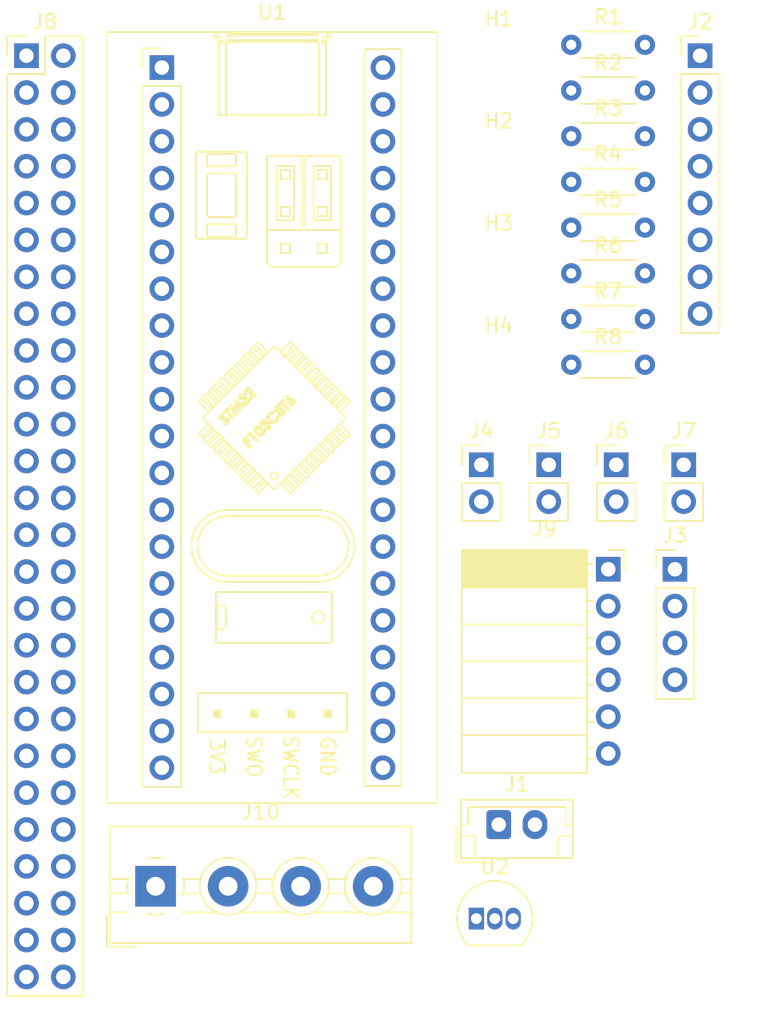
<source format=kicad_pcb>
(kicad_pcb (version 20240108) (generator "pcbnew") (generator_version "8.0")
  (layers (0 "F.Cu" jumper) (31 "B.Cu" signal) (34 "B.Paste" user) (35 "F.Paste" user) (36 "B.SilkS" user "B.Silkscreen") (37 "F.SilkS" user "F.Silkscreen") (38 "B.Mask" user) (39 "F.Mask" user) (44 "Edge.Cuts" user))
  (net 0 "")
  (net 1 "RX_1")
  (net 2 "TX_1")
  (net 3 "XDA")
  (net 4 "+5V")
  (net 5 "ADD")
  (net 6 "SDA_1")
  (net 7 "XCL")
  (net 8 "INT")
  (net 9 "SCL_1")
  (net 10 "RX_2")
  (net 11 "TX_2")
  (net 12 "LDR_F")
  (net 13 "LDR_R")
  (net 14 "LDR_B")
  (net 15 "LDR_L")
  (net 28 "SCL_2")
  (net 31 "SDA_2")
  (net 32 "+3.3V")
  (net 33 "ENA")
  (net 34 "IN3")
  (net 35 "IN2")
  (net 36 "IN1")
  (net 37 "IN4")
  (net 38 "ENB")
  (net 51 "LM35")
  (footprint "Resistor_THT:R_Axial_DIN0204_L3.6mm_D1.6mm_P5.08mm_Horizontal" (layer "F.Cu") (at 173.5 95.32)
    (property "Reference" "R8" (at 2.54 -1.92 0) (layer "F.SilkS"))
    (property "Value" "R")
    (pad "1" thru_hole circle (at 0 0) (size 1.4 1.4) (drill 0.7) (layers "*.Cu" "*.Mask") (net 32 "+3.3V"))
    (pad "2" thru_hole oval (at 5.08 0) (size 1.4 1.4) (drill 0.7) (layers "*.Cu" "*.Mask") (net 6 "SDA_1"))
  )
  (footprint "MountingHole:MountingHole_3.2mm_M3_ISO14580" (layer "F.Cu") (at 168.5 89.32)
    (property "Reference" "H3" (at 0 -3.75 0) (layer "F.SilkS"))
    (property "Value" "MountingHole")
    (pad "" np_thru_hole circle (at 0 0) (size 3.2 3.2) (drill 3.2) (layers "*.Cu" "*.Mask"))
  )
  (footprint "Connector_JST:JST_EH_B2B-EH-A_1x02_P2.50mm_Vertical" (layer "F.Cu") (at 168.5 127.02)
    (property "Reference" "J1" (at 1.25 -2.8 0) (layer "F.SilkS"))
    (property "Value" "UART_Debug")
    (pad "1" thru_hole roundrect (at 0 0) (size 1.7 2) (drill 1) (layers "*.Cu" "*.Mask") (roundrect_rratio 0.147059) (net 1 "RX_1"))
    (pad "2" thru_hole oval (at 2.5 0) (size 1.7 2) (drill 1) (layers "*.Cu" "*.Mask") (net 2 "TX_1"))
  )
  (footprint "Connector_PinHeader_2.54mm:PinHeader_1x02_P2.54mm_Vertical" (layer "F.Cu") (at 171.95 102.22)
    (property "Reference" "J5" (at 0 -2.33 0) (layer "F.SilkS"))
    (property "Value" "LDR_B")
    (pad "1" thru_hole rect (at 0 0) (size 1.7 1.7) (drill 1) (layers "*.Cu" "*.Mask") (net 32 "+3.3V"))
    (pad "2" thru_hole oval (at 0 2.54) (size 1.7 1.7) (drill 1) (layers "*.Cu" "*.Mask") (net 13 "LDR_R"))
  )
  (footprint "Resistor_THT:R_Axial_DIN0204_L3.6mm_D1.6mm_P5.08mm_Horizontal" (layer "F.Cu") (at 173.5 79.57)
    (property "Reference" "R3" (at 2.54 -1.92 0) (layer "F.SilkS"))
    (property "Value" "10K")
    (pad "1" thru_hole circle (at 0 0) (size 1.4 1.4) (drill 0.7) (layers "*.Cu" "*.Mask") (net 12 "LDR_F"))
    (pad "2" thru_hole oval (at 5.08 0) (size 1.4 1.4) (drill 0.7) (layers "*.Cu" "*.Mask") (net 5 "ADD"))
  )
  (footprint "Connector_PinHeader_2.54mm:PinHeader_1x02_P2.54mm_Vertical" (layer "F.Cu") (at 167.3 102.22)
    (property "Reference" "J4" (at 0 -2.33 0) (layer "F.SilkS"))
    (property "Value" "LDR_F")
    (pad "1" thru_hole rect (at 0 0) (size 1.7 1.7) (drill 1) (layers "*.Cu" "*.Mask") (net 32 "+3.3V"))
    (pad "2" thru_hole oval (at 0 2.54) (size 1.7 1.7) (drill 1) (layers "*.Cu" "*.Mask") (net 12 "LDR_F"))
  )
  (footprint "Connector_PinHeader_2.54mm:PinHeader_1x02_P2.54mm_Vertical" (layer "F.Cu") (at 181.25 102.22)
    (property "Reference" "J7" (at 0 -2.33 0) (layer "F.SilkS"))
    (property "Value" "LDR_R")
    (pad "1" thru_hole rect (at 0 0) (size 1.7 1.7) (drill 1) (layers "*.Cu" "*.Mask") (net 32 "+3.3V"))
    (pad "2" thru_hole oval (at 0 2.54) (size 1.7 1.7) (drill 1) (layers "*.Cu" "*.Mask") (net 15 "LDR_L"))
  )
  (footprint "Resistor_THT:R_Axial_DIN0204_L3.6mm_D1.6mm_P5.08mm_Horizontal" (layer "F.Cu") (at 173.5 73.27)
    (property "Reference" "R1" (at 2.54 -1.92 0) (layer "F.SilkS"))
    (property "Value" "10K")
    (pad "1" thru_hole circle (at 0 0) (size 1.4 1.4) (drill 0.7) (layers "*.Cu" "*.Mask") (net 32 "+3.3V"))
    (pad "2" thru_hole oval (at 5.08 0) (size 1.4 1.4) (drill 0.7) (layers "*.Cu" "*.Mask") (net 28 "SCL_2"))
  )
  (footprint "Resistor_THT:R_Axial_DIN0204_L3.6mm_D1.6mm_P5.08mm_Horizontal" (layer "F.Cu") (at 173.5 76.42)
    (property "Reference" "R2" (at 2.54 -1.92 0) (layer "F.SilkS"))
    (property "Value" "10K")
    (pad "1" thru_hole circle (at 0 0) (size 1.4 1.4) (drill 0.7) (layers "*.Cu" "*.Mask") (net 32 "+3.3V"))
    (pad "2" thru_hole oval (at 5.08 0) (size 1.4 1.4) (drill 0.7) (layers "*.Cu" "*.Mask") (net 31 "SDA_2"))
  )
  (footprint "Connector_PinHeader_2.54mm:PinHeader_1x08_P2.54mm_Vertical" (layer "F.Cu") (at 182.38 74.02)
    (property "Reference" "J2" (at 0 -2.33 0) (layer "F.SilkS"))
    (property "Value" "MPU 6050")
    (pad "1" thru_hole rect (at 0 0) (size 1.7 1.7) (drill 1) (layers "*.Cu" "*.Mask") (net 32 "+3.3V"))
    (pad "2" thru_hole oval (at 0 2.54) (size 1.7 1.7) (drill 1) (layers "*.Cu" "*.Mask") (net 5 "ADD"))
    (pad "3" thru_hole oval (at 0 5.08) (size 1.7 1.7) (drill 1) (layers "*.Cu" "*.Mask") (net 9 "SCL_1"))
    (pad "4" thru_hole oval (at 0 7.62) (size 1.7 1.7) (drill 1) (layers "*.Cu" "*.Mask") (net 6 "SDA_1"))
    (pad "5" thru_hole oval (at 0 10.16) (size 1.7 1.7) (drill 1) (layers "*.Cu" "*.Mask") (net 3 "XDA"))
    (pad "6" thru_hole oval (at 0 12.7) (size 1.7 1.7) (drill 1) (layers "*.Cu" "*.Mask") (net 7 "XCL"))
    (pad "7" thru_hole oval (at 0 15.24) (size 1.7 1.7) (drill 1) (layers "*.Cu" "*.Mask") (net 5 "ADD"))
    (pad "8" thru_hole oval (at 0 17.78) (size 1.7 1.7) (drill 1) (layers "*.Cu" "*.Mask") (net 8 "INT"))
  )
  (footprint "Connector_PinHeader_2.54mm:PinHeader_2x26_P2.54mm_Vertical" (layer "F.Cu") (at 135.95 74.02)
    (property "Reference" "J8" (at 1.27 -2.33 0) (layer "F.SilkS"))
    (property "Value" "GPIO")
    (pad "1" thru_hole rect (at 0 0) (size 1.7 1.7) (drill 1) (layers "*.Cu" "*.Mask") (net 28 "SCL_2"))
    (pad "2" thru_hole oval (at 2.54 0) (size 1.7 1.7) (drill 1) (layers "*.Cu" "*.Mask") (net 31 "SDA_2"))
    (pad "3" thru_hole oval (at 0 2.54) (size 1.7 1.7) (drill 1) (layers "*.Cu" "*.Mask"))
    (pad "4" thru_hole oval (at 2.54 2.54) (size 1.7 1.7) (drill 1) (layers "*.Cu" "*.Mask"))
    (pad "5" thru_hole oval (at 0 5.08) (size 1.7 1.7) (drill 1) (layers "*.Cu" "*.Mask"))
    (pad "6" thru_hole oval (at 2.54 5.08) (size 1.7 1.7) (drill 1) (layers "*.Cu" "*.Mask"))
    (pad "7" thru_hole oval (at 0 7.62) (size 1.7 1.7) (drill 1) (layers "*.Cu" "*.Mask"))
    (pad "8" thru_hole oval (at 2.54 7.62) (size 1.7 1.7) (drill 1) (layers "*.Cu" "*.Mask"))
    (pad "9" thru_hole oval (at 0 10.16) (size 1.7 1.7) (drill 1) (layers "*.Cu" "*.Mask"))
    (pad "10" thru_hole oval (at 2.54 10.16) (size 1.7 1.7) (drill 1) (layers "*.Cu" "*.Mask"))
    (pad "11" thru_hole oval (at 0 12.7) (size 1.7 1.7) (drill 1) (layers "*.Cu" "*.Mask"))
    (pad "12" thru_hole oval (at 2.54 12.7) (size 1.7 1.7) (drill 1) (layers "*.Cu" "*.Mask"))
    (pad "13" thru_hole oval (at 0 15.24) (size 1.7 1.7) (drill 1) (layers "*.Cu" "*.Mask"))
    (pad "14" thru_hole oval (at 2.54 15.24) (size 1.7 1.7) (drill 1) (layers "*.Cu" "*.Mask"))
    (pad "15" thru_hole oval (at 0 17.78) (size 1.7 1.7) (drill 1) (layers "*.Cu" "*.Mask"))
    (pad "16" thru_hole oval (at 2.54 17.78) (size 1.7 1.7) (drill 1) (layers "*.Cu" "*.Mask"))
    (pad "17" thru_hole oval (at 0 20.32) (size 1.7 1.7) (drill 1) (layers "*.Cu" "*.Mask"))
    (pad "18" thru_hole oval (at 2.54 20.32) (size 1.7 1.7) (drill 1) (layers "*.Cu" "*.Mask"))
    (pad "19" thru_hole oval (at 0 22.86) (size 1.7 1.7) (drill 1) (layers "*.Cu" "*.Mask"))
    (pad "20" thru_hole oval (at 2.54 22.86) (size 1.7 1.7) (drill 1) (layers "*.Cu" "*.Mask"))
    (pad "21" thru_hole oval (at 0 25.4) (size 1.7 1.7) (drill 1) (layers "*.Cu" "*.Mask"))
    (pad "22" thru_hole oval (at 2.54 25.4) (size 1.7 1.7) (drill 1) (layers "*.Cu" "*.Mask"))
    (pad "23" thru_hole oval (at 0 27.94) (size 1.7 1.7) (drill 1) (layers "*.Cu" "*.Mask"))
    (pad "24" thru_hole oval (at 2.54 27.94) (size 1.7 1.7) (drill 1) (layers "*.Cu" "*.Mask") (net 32 "+3.3V"))
    (pad "25" thru_hole oval (at 0 30.48) (size 1.7 1.7) (drill 1) (layers "*.Cu" "*.Mask") (net 4 "+5V"))
    (pad "26" thru_hole oval (at 2.54 30.48) (size 1.7 1.7) (drill 1) (layers "*.Cu" "*.Mask") (net 5 "ADD"))
    (pad "27" thru_hole oval (at 0 33.02) (size 1.7 1.7) (drill 1) (layers "*.Cu" "*.Mask"))
    (pad "28" thru_hole oval (at 2.54 33.02) (size 1.7 1.7) (drill 1) (layers "*.Cu" "*.Mask"))
    (pad "29" thru_hole oval (at 0 35.56) (size 1.7 1.7) (drill 1) (layers "*.Cu" "*.Mask"))
    (pad "30" thru_hole oval (at 2.54 35.56) (size 1.7 1.7) (drill 1) (layers "*.Cu" "*.Mask"))
    (pad "31" thru_hole oval (at 0 38.1) (size 1.7 1.7) (drill 1) (layers "*.Cu" "*.Mask"))
    (pad "32" thru_hole oval (at 2.54 38.1) (size 1.7 1.7) (drill 1) (layers "*.Cu" "*.Mask"))
    (pad "33" thru_hole oval (at 0 40.64) (size 1.7 1.7) (drill 1) (layers "*.Cu" "*.Mask"))
    (pad "34" thru_hole oval (at 2.54 40.64) (size 1.7 1.7) (drill 1) (layers "*.Cu" "*.Mask"))
    (pad "35" thru_hole oval (at 0 43.18) (size 1.7 1.7) (drill 1) (layers "*.Cu" "*.Mask"))
    (pad "36" thru_hole oval (at 2.54 43.18) (size 1.7 1.7) (drill 1) (layers "*.Cu" "*.Mask"))
    (pad "37" thru_hole oval (at 0 45.72) (size 1.7 1.7) (drill 1) (layers "*.Cu" "*.Mask"))
    (pad "38" thru_hole oval (at 2.54 45.72) (size 1.7 1.7) (drill 1) (layers "*.Cu" "*.Mask"))
    (pad "39" thru_hole oval (at 0 48.26) (size 1.7 1.7) (drill 1) (layers "*.Cu" "*.Mask"))
    (pad "40" thru_hole oval (at 2.54 48.26) (size 1.7 1.7) (drill 1) (layers "*.Cu" "*.Mask"))
    (pad "41" thru_hole oval (at 0 50.8) (size 1.7 1.7) (drill 1) (layers "*.Cu" "*.Mask"))
    (pad "42" thru_hole oval (at 2.54 50.8) (size 1.7 1.7) (drill 1) (layers "*.Cu" "*.Mask"))
    (pad "43" thru_hole oval (at 0 53.34) (size 1.7 1.7) (drill 1) (layers "*.Cu" "*.Mask"))
    (pad "44" thru_hole oval (at 2.54 53.34) (size 1.7 1.7) (drill 1) (layers "*.Cu" "*.Mask"))
    (pad "45" thru_hole oval (at 0 55.88) (size 1.7 1.7) (drill 1) (layers "*.Cu" "*.Mask"))
    (pad "46" thru_hole oval (at 2.54 55.88) (size 1.7 1.7) (drill 1) (layers "*.Cu" "*.Mask"))
    (pad "47" thru_hole oval (at 0 58.42) (size 1.7 1.7) (drill 1) (layers "*.Cu" "*.Mask"))
    (pad "48" thru_hole oval (at 2.54 58.42) (size 1.7 1.7) (drill 1) (layers "*.Cu" "*.Mask"))
    (pad "49" thru_hole oval (at 0 60.96) (size 1.7 1.7) (drill 1) (layers "*.Cu" "*.Mask"))
    (pad "50" thru_hole oval (at 2.54 60.96) (size 1.7 1.7) (drill 1) (layers "*.Cu" "*.Mask"))
    (pad "51" thru_hole oval (at 0 63.5) (size 1.7 1.7) (drill 1) (layers "*.Cu" "*.Mask"))
    (pad "52" thru_hole oval (at 2.54 63.5) (size 1.7 1.7) (drill 1) (layers "*.Cu" "*.Mask"))
  )
  (footprint "MountingHole:MountingHole_3.2mm_M3_ISO14580" (layer "F.Cu") (at 168.5 75.22)
    (property "Reference" "H1" (at 0 -3.75 0) (layer "F.SilkS"))
    (property "Value" "MountingHole")
    (pad "" np_thru_hole circle (at 0 0) (size 3.2 3.2) (drill 3.2) (layers "*.Cu" "*.Mask"))
  )
  (footprint "Resistor_THT:R_Axial_DIN0204_L3.6mm_D1.6mm_P5.08mm_Horizontal" (layer "F.Cu") (at 173.5 89.02)
    (property "Reference" "R6" (at 2.54 -1.92 0) (layer "F.SilkS"))
    (property "Value" "10K")
    (pad "1" thru_hole circle (at 0 0) (size 1.4 1.4) (drill 0.7) (layers "*.Cu" "*.Mask") (net 15 "LDR_L"))
    (pad "2" thru_hole oval (at 5.08 0) (size 1.4 1.4) (drill 0.7) (layers "*.Cu" "*.Mask") (net 5 "ADD"))
  )
  (footprint "TerminalBlock:TerminalBlock_MaiXu_MX126-5.0-04P_1x04_P5.00mm" (layer "F.Cu") (at 144.85 131.27)
    (property "Reference" "J10" (at 7.25 -5.12 0) (layer "F.SilkS"))
    (property "Value" "Motor_Power")
    (pad "1" thru_hole rect (at 0 0) (size 2.8 2.8) (drill 1.3) (layers "*.Cu" "*.Mask") (net 4 "+5V"))
    (pad "2" thru_hole circle (at 5 0) (size 2.8 2.8) (drill 1.3) (layers "*.Cu" "*.Mask") (net 5 "ADD"))
    (pad "3" thru_hole circle (at 10 0) (size 2.8 2.8) (drill 1.3) (layers "*.Cu" "*.Mask") (net 4 "+5V"))
    (pad "4" thru_hole circle (at 15 0) (size 2.8 2.8) (drill 1.3) (layers "*.Cu" "*.Mask") (net 5 "ADD"))
  )
  (footprint "Connector_PinSocket_2.54mm:PinSocket_1x06_P2.54mm_Horizontal" (layer "F.Cu") (at 176.05 109.42)
    (property "Reference" "J9" (at -4.38 -2.77 0) (layer "F.SilkS"))
    (property "Value" "H Bridge")
    (pad "1" thru_hole rect (at 0 0) (size 1.7 1.7) (drill 1) (layers "*.Cu" "*.Mask") (net 33 "ENA"))
    (pad "2" thru_hole oval (at 0 2.54) (size 1.7 1.7) (drill 1) (layers "*.Cu" "*.Mask") (net 36 "IN1"))
    (pad "3" thru_hole oval (at 0 5.08) (size 1.7 1.7) (drill 1) (layers "*.Cu" "*.Mask") (net 35 "IN2"))
    (pad "4" thru_hole oval (at 0 7.62) (size 1.7 1.7) (drill 1) (layers "*.Cu" "*.Mask") (net 34 "IN3"))
    (pad "5" thru_hole oval (at 0 10.16) (size 1.7 1.7) (drill 1) (layers "*.Cu" "*.Mask") (net 37 "IN4"))
    (pad "6" thru_hole oval (at 0 12.7) (size 1.7 1.7) (drill 1) (layers "*.Cu" "*.Mask") (net 38 "ENB"))
  )
  (footprint "MountingHole:MountingHole_3.2mm_M3_ISO14580" (layer "F.Cu") (at 168.5 96.37)
    (property "Reference" "H4" (at 0 -3.75 0) (layer "F.SilkS"))
    (property "Value" "MountingHole")
    (pad "" np_thru_hole circle (at 0 0) (size 3.2 3.2) (drill 3.2) (layers "*.Cu" "*.Mask"))
  )
  (footprint "Resistor_THT:R_Axial_DIN0204_L3.6mm_D1.6mm_P5.08mm_Horizontal" (layer "F.Cu") (at 173.5 82.72)
    (property "Reference" "R4" (at 2.54 -1.92 0) (layer "F.SilkS"))
    (property "Value" "10K")
    (pad "1" thru_hole circle (at 0 0) (size 1.4 1.4) (drill 0.7) (layers "*.Cu" "*.Mask") (net 14 "LDR_B"))
    (pad "2" thru_hole oval (at 5.08 0) (size 1.4 1.4) (drill 0.7) (layers "*.Cu" "*.Mask") (net 5 "ADD"))
  )
  (footprint "Connector_PinHeader_2.54mm:PinHeader_1x02_P2.54mm_Vertical" (layer "F.Cu") (at 176.6 102.22)
    (property "Reference" "J6" (at 0 -2.33 0) (layer "F.SilkS"))
    (property "Value" "LDR_L")
    (pad "1" thru_hole rect (at 0 0) (size 1.7 1.7) (drill 1) (layers "*.Cu" "*.Mask") (net 32 "+3.3V"))
    (pad "2" thru_hole oval (at 0 2.54) (size 1.7 1.7) (drill 1) (layers "*.Cu" "*.Mask") (net 14 "LDR_B"))
  )
  (footprint "Resistor_THT:R_Axial_DIN0204_L3.6mm_D1.6mm_P5.08mm_Horizontal" (layer "F.Cu") (at 173.5 92.17)
    (property "Reference" "R7" (at 2.54 -1.92 0) (layer "F.SilkS"))
    (property "Value" "R")
    (pad "1" thru_hole circle (at 0 0) (size 1.4 1.4) (drill 0.7) (layers "*.Cu" "*.Mask") (net 32 "+3.3V"))
    (pad "2" thru_hole oval (at 5.08 0) (size 1.4 1.4) (drill 0.7) (layers "*.Cu" "*.Mask") (net 9 "SCL_1"))
  )
  (footprint "Resistor_THT:R_Axial_DIN0204_L3.6mm_D1.6mm_P5.08mm_Horizontal" (layer "F.Cu") (at 173.5 85.87)
    (property "Reference" "R5" (at 2.54 -1.92 0) (layer "F.SilkS"))
    (property "Value" "10K")
    (pad "1" thru_hole circle (at 0 0) (size 1.4 1.4) (drill 0.7) (layers "*.Cu" "*.Mask") (net 13 "LDR_R"))
    (pad "2" thru_hole oval (at 5.08 0) (size 1.4 1.4) (drill 0.7) (layers "*.Cu" "*.Mask") (net 5 "ADD"))
  )
  (footprint "Package_TO_SOT_THT:TO-92_Inline" (layer "F.Cu") (at 166.96 133.5)
    (property "Reference" "U2" (at 1.27 -3.56 0) (layer "F.SilkS"))
    (property "Value" "LM35-LP")
    (pad "1" thru_hole rect (at 0 0) (size 1.05 1.5) (drill 0.75) (layers "*.Cu" "*.Mask") (net 32 "+3.3V"))
    (pad "2" thru_hole oval (at 1.27 0) (size 1.05 1.5) (drill 0.75) (layers "*.Cu" "*.Mask") (net 51 "LM35"))
    (pad "3" thru_hole oval (at 2.54 0) (size 1.05 1.5) (drill 0.75) (layers "*.Cu" "*.Mask") (net 5 "ADD"))
  )
  (footprint "MountingHole:MountingHole_3.2mm_M3_ISO14580" (layer "F.Cu") (at 168.5 82.27)
    (property "Reference" "H2" (at 0 -3.75 0) (layer "F.SilkS"))
    (property "Value" "MountingHole")
    (pad "" np_thru_hole circle (at 0 0) (size 3.2 3.2) (drill 3.2) (layers "*.Cu" "*.Mask"))
  )
  (footprint "Connector_PinHeader_2.54mm:PinHeader_1x04_P2.54mm_Vertical" (layer "F.Cu") (at 180.65 109.42)
    (property "Reference" "J3" (at 0 -2.33 0) (layer "F.SilkS"))
    (property "Value" "GPS")
    (pad "1" thru_hole rect (at 0 0) (size 1.7 1.7) (drill 1) (layers "*.Cu" "*.Mask") (net 32 "+3.3V"))
    (pad "2" thru_hole oval (at 0 2.54) (size 1.7 1.7) (drill 1) (layers "*.Cu" "*.Mask") (net 10 "RX_2"))
    (pad "3" thru_hole oval (at 0 5.08) (size 1.7 1.7) (drill 1) (layers "*.Cu" "*.Mask") (net 11 "TX_2"))
    (pad "4" thru_hole oval (at 0 7.62) (size 1.7 1.7) (drill 1) (layers "*.Cu" "*.Mask") (net 5 "ADD"))
  )
  (footprint "Footprints:YAAJ_BluePill_1" (layer "F.Cu") (at 145.28 74.84)
    (property "Reference" "U1" (at 7.62 -3.81 0) (layer "F.SilkS"))
    (property "Value" "YAAJ_BluePill" (hide yes))
    (fp_text user "GND" (at 11.43 47.498 -90) (layer "F.SilkS") (effects (font (size 1 0.9))))
    (fp_text user "SWCLK" (at 8.89 48.26 -90) (layer "F.SilkS") (effects (font (size 1 0.9))))
    (fp_text user "SWO" (at 6.35 47.498 -90) (layer "F.SilkS") (effects (font (size 1 0.9))))
    (fp_text user "3V3" (at 3.81 47.498 -90) (layer "F.SilkS") (effects (font (size 1 0.9))))
    (pad "1" thru_hole rect (at 0 0) (size 1.7 1.7) (drill 1) (layers "*.Cu" "*.Mask"))
    (pad "2" thru_hole circle (at 0 2.54) (size 1.7 1.7) (drill 1) (layers "*.Cu" "*.Mask"))
    (pad "3" thru_hole circle (at 0 5.08) (size 1.7 1.7) (drill 1) (layers "*.Cu" "*.Mask"))
    (pad "4" thru_hole circle (at 0 7.62) (size 1.7 1.7) (drill 1) (layers "*.Cu" "*.Mask"))
    (pad "5" thru_hole circle (at 0 10.16) (size 1.7 1.7) (drill 1) (layers "*.Cu" "*.Mask"))
    (pad "6" thru_hole circle (at 0 12.7) (size 1.7 1.7) (drill 1) (layers "*.Cu" "*.Mask") (net 1 "RX_1"))
    (pad "7" thru_hole circle (at 0 15.24) (size 1.7 1.7) (drill 1) (layers "*.Cu" "*.Mask") (net 2 "TX_1"))
    (pad "8" thru_hole circle (at 0 17.78) (size 1.7 1.7) (drill 1) (layers "*.Cu" "*.Mask"))
    (pad "9" thru_hole circle (at 0 20.32) (size 1.7 1.7) (drill 1) (layers "*.Cu" "*.Mask"))
    (pad "10" thru_hole circle (at 0 22.86) (size 1.7 1.7) (drill 1) (layers "*.Cu" "*.Mask"))
    (pad "11" thru_hole circle (at 0 25.4) (size 1.7 1.7) (drill 1) (layers "*.Cu" "*.Mask") (net 35 "IN2"))
    (pad "12" thru_hole circle (at 0 27.94) (size 1.7 1.7) (drill 1) (layers "*.Cu" "*.Mask") (net 34 "IN3"))
    (pad "13" thru_hole circle (at 0 30.48) (size 1.7 1.7) (drill 1) (layers "*.Cu" "*.Mask") (net 37 "IN4"))
    (pad "14" thru_hole circle (at 0 33.02) (size 1.7 1.7) (drill 1) (layers "*.Cu" "*.Mask") (net 33 "ENA"))
    (pad "15" thru_hole circle (at 0 35.56) (size 1.7 1.7) (drill 1) (layers "*.Cu" "*.Mask") (net 38 "ENB"))
    (pad "16" thru_hole circle (at 0 38.1) (size 1.7 1.7) (drill 1) (layers "*.Cu" "*.Mask") (net 9 "SCL_1"))
    (pad "17" thru_hole circle (at 0 40.64) (size 1.7 1.7) (drill 1) (layers "*.Cu" "*.Mask") (net 6 "SDA_1"))
    (pad "18" thru_hole circle (at 0 43.18) (size 1.7 1.7) (drill 1) (layers "*.Cu" "*.Mask"))
    (pad "19" thru_hole circle (at 0 45.72) (size 1.7 1.7) (drill 1) (layers "*.Cu" "*.Mask"))
    (pad "20" thru_hole circle (at 0 48.26) (size 1.7 1.7) (drill 1) (layers "*.Cu" "*.Mask"))
    (pad "21" thru_hole circle (at 15.24 48.26) (size 1.7 1.7) (drill 1) (layers "*.Cu" "*.Mask"))
    (pad "22" thru_hole circle (at 15.24 45.72) (size 1.7 1.7) (drill 1) (layers "*.Cu" "*.Mask"))
    (pad "23" thru_hole circle (at 15.24 43.18) (size 1.7 1.7) (drill 1) (layers "*.Cu" "*.Mask"))
    (pad "24" thru_hole circle (at 15.24 40.64) (size 1.7 1.7) (drill 1) (layers "*.Cu" "*.Mask"))
    (pad "25" thru_hole circle (at 15.24 38.1) (size 1.7 1.7) (drill 1) (layers "*.Cu" "*.Mask"))
    (pad "26" thru_hole circle (at 15.24 35.56) (size 1.7 1.7) (drill 1) (layers "*.Cu" "*.Mask"))
    (pad "27" thru_hole circle (at 15.24 33.02) (size 1.7 1.7) (drill 1) (layers "*.Cu" "*.Mask") (net 10 "RX_2"))
    (pad "28" thru_hole circle (at 15.24 30.48) (size 1.7 1.7) (drill 1) (layers "*.Cu" "*.Mask") (net 11 "TX_2"))
    (pad "29" thru_hole circle (at 15.24 27.94) (size 1.7 1.7) (drill 1) (layers "*.Cu" "*.Mask") (net 12 "LDR_F"))
    (pad "30" thru_hole circle (at 15.24 25.4) (size 1.7 1.7) (drill 1) (layers "*.Cu" "*.Mask") (net 13 "LDR_R"))
    (pad "31" thru_hole circle (at 15.24 22.86) (size 1.7 1.7) (drill 1) (layers "*.Cu" "*.Mask") (net 14 "LDR_B"))
    (pad "32" thru_hole circle (at 15.24 20.32) (size 1.7 1.7) (drill 1) (layers "*.Cu" "*.Mask") (net 15 "LDR_L"))
    (pad "33" thru_hole circle (at 15.24 17.78) (size 1.7 1.7) (drill 1) (layers "*.Cu" "*.Mask") (net 51 "LM35"))
    (pad "34" thru_hole circle (at 15.24 15.24) (size 1.7 1.7) (drill 1) (layers "*.Cu" "*.Mask") (net 36 "IN1"))
    (pad "35" thru_hole circle (at 15.24 12.7) (size 1.7 1.7) (drill 1) (layers "*.Cu" "*.Mask") (net 28 "SCL_2"))
    (pad "36" thru_hole circle (at 15.24 10.16) (size 1.7 1.7) (drill 1) (layers "*.Cu" "*.Mask") (net 31 "SDA_2"))
    (pad "37" thru_hole circle (at 15.24 7.62) (size 1.7 1.7) (drill 1) (layers "*.Cu" "*.Mask"))
    (pad "38" thru_hole circle (at 15.24 5.08) (size 1.7 1.7) (drill 1) (layers "*.Cu" "*.Mask") (net 32 "+3.3V"))
    (pad "39" thru_hole circle (at 15.24 2.54) (size 1.7 1.7) (drill 1) (layers "*.Cu" "*.Mask") (net 5 "ADD"))
    (pad "40" thru_hole circle (at 15.24 0) (size 1.7 1.7) (drill 1) (layers "*.Cu" "*.Mask") (net 5 "ADD"))
  )
)
</source>
